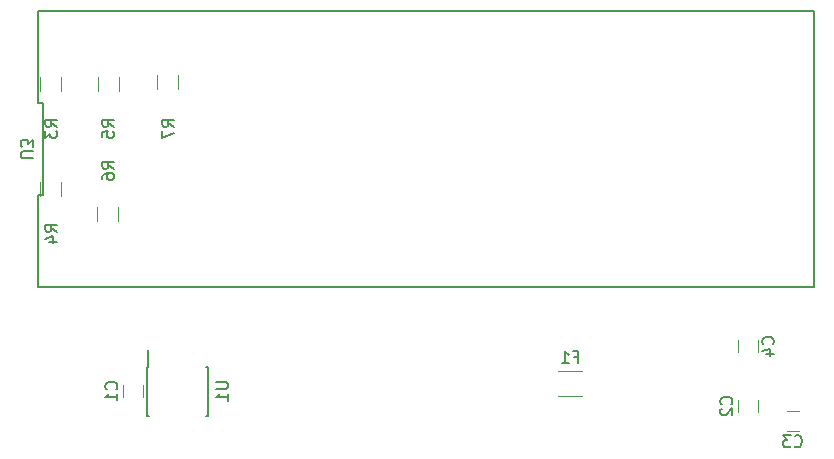
<source format=gbo>
G04 #@! TF.GenerationSoftware,KiCad,Pcbnew,(2017-03-04 revision f18196186)-makepkg*
G04 #@! TF.CreationDate,2017-03-09T17:33:05-05:00*
G04 #@! TF.ProjectId,C-CAN_Y17,432D43414E5F5931372E6B696361645F,rev?*
G04 #@! TF.FileFunction,Legend,Bot*
G04 #@! TF.FilePolarity,Positive*
%FSLAX46Y46*%
G04 Gerber Fmt 4.6, Leading zero omitted, Abs format (unit mm)*
G04 Created by KiCad (PCBNEW (2017-03-04 revision f18196186)-makepkg) date 03/09/17 17:33:05*
%MOMM*%
%LPD*%
G01*
G04 APERTURE LIST*
%ADD10C,0.100000*%
%ADD11C,0.120000*%
%ADD12C,0.150000*%
G04 APERTURE END LIST*
D10*
D11*
X104560000Y-121785000D02*
X104560000Y-120785000D01*
X106260000Y-120785000D02*
X106260000Y-121785000D01*
X156630000Y-123055000D02*
X156630000Y-122055000D01*
X158330000Y-122055000D02*
X158330000Y-123055000D01*
X160790000Y-122975000D02*
X161790000Y-122975000D01*
X161790000Y-124675000D02*
X160790000Y-124675000D01*
X158350000Y-116975000D02*
X158350000Y-117975000D01*
X156650000Y-117975000D02*
X156650000Y-116975000D01*
D12*
X106695000Y-119210000D02*
X106695000Y-117810000D01*
X111795000Y-119210000D02*
X111795000Y-123360000D01*
X106645000Y-119210000D02*
X106645000Y-123360000D01*
X111795000Y-119210000D02*
X111650000Y-119210000D01*
X111795000Y-123360000D02*
X111650000Y-123360000D01*
X106645000Y-123360000D02*
X106790000Y-123360000D01*
X106645000Y-119210000D02*
X106695000Y-119210000D01*
D11*
X143425000Y-119580000D02*
X141425000Y-119580000D01*
X141425000Y-121720000D02*
X143425000Y-121720000D01*
X99305000Y-95850000D02*
X99305000Y-94650000D01*
X97545000Y-94650000D02*
X97545000Y-95850000D01*
X97545000Y-103540000D02*
X97545000Y-104740000D01*
X99305000Y-104740000D02*
X99305000Y-103540000D01*
X104258000Y-95850000D02*
X104258000Y-94650000D01*
X102498000Y-94650000D02*
X102498000Y-95850000D01*
X102371000Y-105699000D02*
X102371000Y-106899000D01*
X104131000Y-106899000D02*
X104131000Y-105699000D01*
X109211000Y-95723000D02*
X109211000Y-94523000D01*
X107451000Y-94523000D02*
X107451000Y-95723000D01*
D12*
X97391500Y-89135002D02*
X163091500Y-89135001D01*
X163091500Y-89135001D02*
X163091500Y-112455000D01*
X163091500Y-112455000D02*
X97391500Y-112455001D01*
X97391500Y-112455001D02*
X97391500Y-104681667D01*
X97391500Y-104681667D02*
X97841500Y-104681667D01*
X97841500Y-104681667D02*
X97841500Y-96908335D01*
X97841500Y-96908335D02*
X97391500Y-96908335D01*
X97391500Y-96908335D02*
X97391500Y-89135002D01*
X104017142Y-121118333D02*
X104064761Y-121070714D01*
X104112380Y-120927857D01*
X104112380Y-120832619D01*
X104064761Y-120689761D01*
X103969523Y-120594523D01*
X103874285Y-120546904D01*
X103683809Y-120499285D01*
X103540952Y-120499285D01*
X103350476Y-120546904D01*
X103255238Y-120594523D01*
X103160000Y-120689761D01*
X103112380Y-120832619D01*
X103112380Y-120927857D01*
X103160000Y-121070714D01*
X103207619Y-121118333D01*
X104112380Y-122070714D02*
X104112380Y-121499285D01*
X104112380Y-121785000D02*
X103112380Y-121785000D01*
X103255238Y-121689761D01*
X103350476Y-121594523D01*
X103398095Y-121499285D01*
X156087142Y-122388333D02*
X156134761Y-122340714D01*
X156182380Y-122197857D01*
X156182380Y-122102619D01*
X156134761Y-121959761D01*
X156039523Y-121864523D01*
X155944285Y-121816904D01*
X155753809Y-121769285D01*
X155610952Y-121769285D01*
X155420476Y-121816904D01*
X155325238Y-121864523D01*
X155230000Y-121959761D01*
X155182380Y-122102619D01*
X155182380Y-122197857D01*
X155230000Y-122340714D01*
X155277619Y-122388333D01*
X155277619Y-122769285D02*
X155230000Y-122816904D01*
X155182380Y-122912142D01*
X155182380Y-123150238D01*
X155230000Y-123245476D01*
X155277619Y-123293095D01*
X155372857Y-123340714D01*
X155468095Y-123340714D01*
X155610952Y-123293095D01*
X156182380Y-122721666D01*
X156182380Y-123340714D01*
X161456666Y-125932142D02*
X161504285Y-125979761D01*
X161647142Y-126027380D01*
X161742380Y-126027380D01*
X161885238Y-125979761D01*
X161980476Y-125884523D01*
X162028095Y-125789285D01*
X162075714Y-125598809D01*
X162075714Y-125455952D01*
X162028095Y-125265476D01*
X161980476Y-125170238D01*
X161885238Y-125075000D01*
X161742380Y-125027380D01*
X161647142Y-125027380D01*
X161504285Y-125075000D01*
X161456666Y-125122619D01*
X161123333Y-125027380D02*
X160504285Y-125027380D01*
X160837619Y-125408333D01*
X160694761Y-125408333D01*
X160599523Y-125455952D01*
X160551904Y-125503571D01*
X160504285Y-125598809D01*
X160504285Y-125836904D01*
X160551904Y-125932142D01*
X160599523Y-125979761D01*
X160694761Y-126027380D01*
X160980476Y-126027380D01*
X161075714Y-125979761D01*
X161123333Y-125932142D01*
X159607142Y-117308333D02*
X159654761Y-117260714D01*
X159702380Y-117117857D01*
X159702380Y-117022619D01*
X159654761Y-116879761D01*
X159559523Y-116784523D01*
X159464285Y-116736904D01*
X159273809Y-116689285D01*
X159130952Y-116689285D01*
X158940476Y-116736904D01*
X158845238Y-116784523D01*
X158750000Y-116879761D01*
X158702380Y-117022619D01*
X158702380Y-117117857D01*
X158750000Y-117260714D01*
X158797619Y-117308333D01*
X159035714Y-118165476D02*
X159702380Y-118165476D01*
X158654761Y-117927380D02*
X159369047Y-117689285D01*
X159369047Y-118308333D01*
X112482380Y-120523095D02*
X113291904Y-120523095D01*
X113387142Y-120570714D01*
X113434761Y-120618333D01*
X113482380Y-120713571D01*
X113482380Y-120904047D01*
X113434761Y-120999285D01*
X113387142Y-121046904D01*
X113291904Y-121094523D01*
X112482380Y-121094523D01*
X113482380Y-122094523D02*
X113482380Y-121523095D01*
X113482380Y-121808809D02*
X112482380Y-121808809D01*
X112625238Y-121713571D01*
X112720476Y-121618333D01*
X112768095Y-121523095D01*
X142808333Y-118378571D02*
X143141666Y-118378571D01*
X143141666Y-118902380D02*
X143141666Y-117902380D01*
X142665476Y-117902380D01*
X141760714Y-118902380D02*
X142332142Y-118902380D01*
X142046428Y-118902380D02*
X142046428Y-117902380D01*
X142141666Y-118045238D01*
X142236904Y-118140476D01*
X142332142Y-118188095D01*
X99004380Y-98893333D02*
X98528190Y-98560000D01*
X99004380Y-98321904D02*
X98004380Y-98321904D01*
X98004380Y-98702857D01*
X98052000Y-98798095D01*
X98099619Y-98845714D01*
X98194857Y-98893333D01*
X98337714Y-98893333D01*
X98432952Y-98845714D01*
X98480571Y-98798095D01*
X98528190Y-98702857D01*
X98528190Y-98321904D01*
X98004380Y-99226666D02*
X98004380Y-99845714D01*
X98385333Y-99512380D01*
X98385333Y-99655238D01*
X98432952Y-99750476D01*
X98480571Y-99798095D01*
X98575809Y-99845714D01*
X98813904Y-99845714D01*
X98909142Y-99798095D01*
X98956761Y-99750476D01*
X99004380Y-99655238D01*
X99004380Y-99369523D01*
X98956761Y-99274285D01*
X98909142Y-99226666D01*
X99004380Y-107783333D02*
X98528190Y-107450000D01*
X99004380Y-107211904D02*
X98004380Y-107211904D01*
X98004380Y-107592857D01*
X98052000Y-107688095D01*
X98099619Y-107735714D01*
X98194857Y-107783333D01*
X98337714Y-107783333D01*
X98432952Y-107735714D01*
X98480571Y-107688095D01*
X98528190Y-107592857D01*
X98528190Y-107211904D01*
X98337714Y-108640476D02*
X99004380Y-108640476D01*
X97956761Y-108402380D02*
X98671047Y-108164285D01*
X98671047Y-108783333D01*
X103830380Y-98893333D02*
X103354190Y-98560000D01*
X103830380Y-98321904D02*
X102830380Y-98321904D01*
X102830380Y-98702857D01*
X102878000Y-98798095D01*
X102925619Y-98845714D01*
X103020857Y-98893333D01*
X103163714Y-98893333D01*
X103258952Y-98845714D01*
X103306571Y-98798095D01*
X103354190Y-98702857D01*
X103354190Y-98321904D01*
X102830380Y-99798095D02*
X102830380Y-99321904D01*
X103306571Y-99274285D01*
X103258952Y-99321904D01*
X103211333Y-99417142D01*
X103211333Y-99655238D01*
X103258952Y-99750476D01*
X103306571Y-99798095D01*
X103401809Y-99845714D01*
X103639904Y-99845714D01*
X103735142Y-99798095D01*
X103782761Y-99750476D01*
X103830380Y-99655238D01*
X103830380Y-99417142D01*
X103782761Y-99321904D01*
X103735142Y-99274285D01*
X103830380Y-102449333D02*
X103354190Y-102116000D01*
X103830380Y-101877904D02*
X102830380Y-101877904D01*
X102830380Y-102258857D01*
X102878000Y-102354095D01*
X102925619Y-102401714D01*
X103020857Y-102449333D01*
X103163714Y-102449333D01*
X103258952Y-102401714D01*
X103306571Y-102354095D01*
X103354190Y-102258857D01*
X103354190Y-101877904D01*
X102830380Y-103306476D02*
X102830380Y-103116000D01*
X102878000Y-103020761D01*
X102925619Y-102973142D01*
X103068476Y-102877904D01*
X103258952Y-102830285D01*
X103639904Y-102830285D01*
X103735142Y-102877904D01*
X103782761Y-102925523D01*
X103830380Y-103020761D01*
X103830380Y-103211238D01*
X103782761Y-103306476D01*
X103735142Y-103354095D01*
X103639904Y-103401714D01*
X103401809Y-103401714D01*
X103306571Y-103354095D01*
X103258952Y-103306476D01*
X103211333Y-103211238D01*
X103211333Y-103020761D01*
X103258952Y-102925523D01*
X103306571Y-102877904D01*
X103401809Y-102830285D01*
X108910380Y-98893333D02*
X108434190Y-98560000D01*
X108910380Y-98321904D02*
X107910380Y-98321904D01*
X107910380Y-98702857D01*
X107958000Y-98798095D01*
X108005619Y-98845714D01*
X108100857Y-98893333D01*
X108243714Y-98893333D01*
X108338952Y-98845714D01*
X108386571Y-98798095D01*
X108434190Y-98702857D01*
X108434190Y-98321904D01*
X107910380Y-99226666D02*
X107910380Y-99893333D01*
X108910380Y-99464761D01*
X96939119Y-101556905D02*
X96129595Y-101556905D01*
X96034357Y-101509286D01*
X95986738Y-101461667D01*
X95939119Y-101366429D01*
X95939119Y-101175953D01*
X95986738Y-101080715D01*
X96034357Y-101033096D01*
X96129595Y-100985477D01*
X96939119Y-100985477D01*
X96939119Y-100604524D02*
X96939119Y-99985477D01*
X96558166Y-100318810D01*
X96558166Y-100175953D01*
X96510547Y-100080715D01*
X96462928Y-100033096D01*
X96367690Y-99985477D01*
X96129595Y-99985477D01*
X96034357Y-100033096D01*
X95986738Y-100080715D01*
X95939119Y-100175953D01*
X95939119Y-100461667D01*
X95986738Y-100556905D01*
X96034357Y-100604524D01*
M02*

</source>
